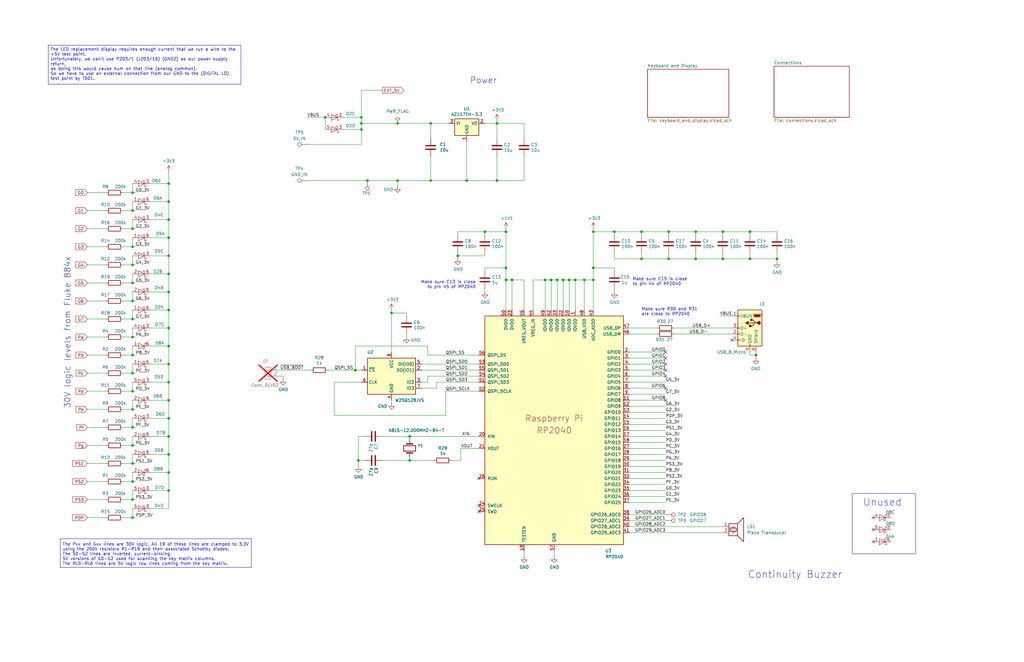
<source format=kicad_sch>
(kicad_sch (version 20231120) (generator "eeschema") (generator_version "8.0")
  (paper "USLedger")
  (title_block (title "Fluke 884x Display/Keypad/Continuity Buzzer") (date "2024-09-27") (rev "1") (company "Ned Konz"))
  (junction (at 71.12 207.01))
  (junction (at 304.8 97.79))
  (junction (at 71.12 199.39))
  (junction (at 193.04 107.95))
  (junction (at 232.41 118.11))
  (junction (at 316.23 109.22))
  (junction (at 71.12 77.47))
  (junction (at 293.37 97.79))
  (junction (at 71.12 92.71))
  (junction (at 209.55 52.07))
  (junction (at 71.12 168.91))
  (junction (at 71.12 153.67))
  (junction (at 55.88 210.82))
  (junction (at 281.94 109.22))
  (junction (at 318.77 149.86))
  (junction (at 55.88 134.62))
  (junction (at 213.36 118.11))
  (junction (at 55.88 88.9))
  (junction (at 55.88 157.48))
  (junction (at 165.1 132.08))
  (junction (at 237.49 118.11))
  (junction (at 229.87 118.11))
  (junction (at 55.88 111.76))
  (junction (at 152.4 54.61))
  (junction (at 71.12 130.81))
  (junction (at 71.12 115.57))
  (junction (at 215.9 118.11))
  (junction (at 240.03 118.11))
  (junction (at 71.12 138.43))
  (junction (at 137.16 49.53))
  (junction (at 55.88 119.38))
  (junction (at 234.95 118.11))
  (junction (at 55.88 104.14))
  (junction (at 71.12 146.05))
  (junction (at 172.72 194.31))
  (junction (at 55.88 127))
  (junction (at 55.88 96.52))
  (junction (at 270.51 109.22))
  (junction (at 213.36 113.03))
  (junction (at 71.12 176.53))
  (junction (at 55.88 218.44))
  (junction (at 55.88 180.34))
  (junction (at 196.85 76.2))
  (junction (at 204.47 97.79))
  (junction (at 172.72 184.15))
  (junction (at 242.57 118.11))
  (junction (at 327.66 109.22))
  (junction (at 259.08 97.79))
  (junction (at 167.64 76.2))
  (junction (at 55.88 172.72))
  (junction (at 71.12 107.95))
  (junction (at 71.12 100.33))
  (junction (at 250.19 97.79))
  (junction (at 154.94 76.2))
  (junction (at 181.61 52.07))
  (junction (at 316.23 97.79))
  (junction (at 55.88 149.86))
  (junction (at 55.88 195.58))
  (junction (at 149.86 156.21))
  (junction (at 71.12 123.19))
  (junction (at 71.12 184.15))
  (junction (at 152.4 52.07))
  (junction (at 181.61 76.2))
  (junction (at 250.19 118.11))
  (junction (at 246.38 118.11))
  (junction (at 55.88 203.2))
  (junction (at 55.88 187.96))
  (junction (at 304.8 109.22))
  (junction (at 71.12 161.29))
  (junction (at 151.13 194.31))
  (junction (at 167.64 52.07))
  (junction (at 152.4 49.53))
  (junction (at 71.12 85.09))
  (junction (at 55.88 81.28))
  (junction (at 55.88 142.24))
  (junction (at 213.36 97.79))
  (junction (at 293.37 109.22))
  (junction (at 71.12 191.77))
  (junction (at 55.88 165.1))
  (junction (at 209.55 76.2))
  (junction (at 270.51 97.79))
  (junction (at 281.94 97.79))
  (junction (at 250.19 113.03))
  (no_connect (at 280.67 163.83))
  (no_connect (at 280.67 168.91))
  (no_connect (at 280.67 158.75))
  (no_connect (at 280.67 153.67))
  (no_connect (at 201.93 213.36))
  (no_connect (at 308.61 143.51))
  (no_connect (at 280.67 148.59))
  (no_connect (at 280.67 151.13))
  (no_connect (at 368.3 223.52))
  (no_connect (at 368.3 228.6))
  (no_connect (at 280.67 156.21))
  (no_connect (at 201.93 201.93))
  (no_connect (at 201.93 215.9))
  (no_connect (at 368.3 218.44))
  (wire (pts (xy 149.86 156.21) (xy 152.4 156.21)))
  (wire (pts (xy 55.88 172.72) (xy 57.15 172.72)))
  (wire (pts (xy 129.54 76.2) (xy 154.94 76.2)))
  (wire (pts (xy 204.47 114.3) (xy 204.47 113.03)))
  (wire (pts (xy 270.51 99.06) (xy 270.51 97.79)))
  (wire (pts (xy 36.83 81.28) (xy 44.45 81.28)))
  (wire (pts (xy 71.12 191.77) (xy 71.12 199.39)))
  (wire (pts (xy 270.51 106.68) (xy 270.51 109.22)))
  (wire (pts (xy 153.67 194.31) (xy 151.13 194.31)))
  (wire (pts (xy 140.97 161.29) (xy 140.97 175.26)))
  (wire (pts (xy 180.34 149.86) (xy 180.34 146.05)))
  (wire (pts (xy 232.41 118.11) (xy 234.95 118.11)))
  (wire (pts (xy 196.85 59.69) (xy 196.85 76.2)))
  (wire (pts (xy 250.19 113.03) (xy 259.08 113.03)))
  (wire (pts (xy 224.79 118.11) (xy 229.87 118.11)))
  (wire (pts (xy 71.12 168.91) (xy 63.5 168.91)))
  (wire (pts (xy 165.1 168.91) (xy 165.1 170.18)))
  (wire (pts (xy 237.49 118.11) (xy 240.03 118.11)))
  (wire (pts (xy 57.15 81.28) (xy 55.88 81.28)))
  (wire (pts (xy 265.43 173.99) (xy 280.67 173.99)))
  (wire (pts (xy 281.94 106.68) (xy 281.94 109.22)))
  (wire (pts (xy 209.55 52.07) (xy 204.47 52.07)))
  (wire (pts (xy 71.12 191.77) (xy 71.12 184.15)))
  (wire (pts (xy 71.12 214.63) (xy 63.5 214.63)))
  (wire (pts (xy 250.19 97.79) (xy 259.08 97.79)))
  (wire (pts (xy 161.29 184.15) (xy 172.72 184.15)))
  (wire (pts (xy 71.12 161.29) (xy 71.12 153.67)))
  (wire (pts (xy 172.72 193.04) (xy 172.72 194.31)))
  (wire (pts (xy 233.68 232.41) (xy 233.68 234.95)))
  (wire (pts (xy 281.94 97.79) (xy 293.37 97.79)))
  (wire (pts (xy 71.12 146.05) (xy 71.12 153.67)))
  (wire (pts (xy 55.88 161.29) (xy 55.88 165.1)))
  (wire (pts (xy 52.07 165.1) (xy 55.88 165.1)))
  (wire (pts (xy 52.07 203.2) (xy 55.88 203.2)))
  (wire (pts (xy 71.12 92.71) (xy 71.12 85.09)))
  (wire (pts (xy 118.11 158.75) (xy 119.38 158.75)))
  (wire (pts (xy 265.43 222.25) (xy 304.8 222.25)))
  (wire (pts (xy 265.43 199.39) (xy 280.67 199.39)))
  (wire (pts (xy 190.5 194.31) (xy 194.31 194.31)))
  (wire (pts (xy 172.72 194.31) (xy 182.88 194.31)))
  (wire (pts (xy 265.43 161.29) (xy 280.67 161.29)))
  (wire (pts (xy 196.85 76.2) (xy 209.55 76.2)))
  (wire (pts (xy 36.83 187.96) (xy 44.45 187.96)))
  (wire (pts (xy 220.98 66.04) (xy 220.98 76.2)))
  (wire (pts (xy 193.04 106.68) (xy 193.04 107.95)))
  (wire (pts (xy 193.04 97.79) (xy 204.47 97.79)))
  (wire (pts (xy 36.83 96.52) (xy 44.45 96.52)))
  (wire (pts (xy 250.19 113.03) (xy 250.19 118.11)))
  (wire (pts (xy 36.83 88.9) (xy 44.45 88.9)))
  (wire (pts (xy 36.83 149.86) (xy 44.45 149.86)))
  (wire (pts (xy 281.94 99.06) (xy 281.94 97.79)))
  (wire (pts (xy 52.07 142.24) (xy 55.88 142.24)))
  (wire (pts (xy 165.1 130.81) (xy 165.1 132.08)))
  (wire (pts (xy 55.88 119.38) (xy 57.15 119.38)))
  (wire (pts (xy 265.43 176.53) (xy 280.67 176.53)))
  (wire (pts (xy 293.37 99.06) (xy 293.37 97.79)))
  (wire (pts (xy 71.12 123.19) (xy 63.5 123.19)))
  (wire (pts (xy 259.08 97.79) (xy 270.51 97.79)))
  (wire (pts (xy 44.45 165.1) (xy 36.83 165.1)))
  (wire (pts (xy 71.12 100.33) (xy 71.12 107.95)))
  (wire (pts (xy 213.36 96.52) (xy 213.36 97.79)))
  (wire (pts (xy 316.23 99.06) (xy 316.23 97.79)))
  (wire (pts (xy 71.12 77.47) (xy 71.12 85.09)))
  (wire (pts (xy 55.88 96.52) (xy 57.15 96.52)))
  (wire (pts (xy 316.23 97.79) (xy 327.66 97.79)))
  (wire (pts (xy 177.8 153.67) (xy 201.93 153.67)))
  (wire (pts (xy 184.15 161.29) (xy 184.15 163.83)))
  (wire (pts (xy 284.48 138.43) (xy 308.61 138.43)))
  (wire (pts (xy 304.8 99.06) (xy 304.8 97.79)))
  (wire (pts (xy 265.43 138.43) (xy 276.86 138.43)))
  (wire (pts (xy 229.87 118.11) (xy 232.41 118.11)))
  (wire (pts (xy 55.88 104.14) (xy 57.15 104.14)))
  (wire (pts (xy 304.8 97.79) (xy 316.23 97.79)))
  (wire (pts (xy 259.08 99.06) (xy 259.08 97.79)))
  (wire (pts (xy 270.51 109.22) (xy 259.08 109.22)))
  (wire (pts (xy 316.23 148.59) (xy 316.23 149.86)))
  (wire (pts (xy 265.43 181.61) (xy 280.67 181.61)))
  (wire (pts (xy 237.49 130.81) (xy 237.49 118.11)))
  (wire (pts (xy 215.9 118.11) (xy 213.36 118.11)))
  (wire (pts (xy 265.43 224.79) (xy 304.8 224.79)))
  (wire (pts (xy 209.55 76.2) (xy 220.98 76.2)))
  (wire (pts (xy 36.83 119.38) (xy 44.45 119.38)))
  (wire (pts (xy 246.38 130.81) (xy 246.38 118.11)))
  (wire (pts (xy 213.36 118.11) (xy 213.36 130.81)))
  (wire (pts (xy 303.53 133.35) (xy 308.61 133.35)))
  (wire (pts (xy 316.23 109.22) (xy 304.8 109.22)))
  (wire (pts (xy 55.88 138.43) (xy 55.88 142.24)))
  (wire (pts (xy 71.12 161.29) (xy 71.12 168.91)))
  (wire (pts (xy 152.4 52.07) (xy 152.4 54.61)))
  (wire (pts (xy 165.1 132.08) (xy 165.1 148.59)))
  (wire (pts (xy 55.88 191.77) (xy 55.88 195.58)))
  (wire (pts (xy 63.5 100.33) (xy 71.12 100.33)))
  (wire (pts (xy 265.43 204.47) (xy 280.67 204.47)))
  (wire (pts (xy 240.03 118.11) (xy 242.57 118.11)))
  (wire (pts (xy 55.88 115.57) (xy 55.88 119.38)))
  (wire (pts (xy 265.43 194.31) (xy 280.67 194.31)))
  (wire (pts (xy 63.5 161.29) (xy 71.12 161.29)))
  (wire (pts (xy 204.47 113.03) (xy 213.36 113.03)))
  (wire (pts (xy 161.29 194.31) (xy 172.72 194.31)))
  (wire (pts (xy 52.07 195.58) (xy 55.88 195.58)))
  (wire (pts (xy 152.4 49.53) (xy 152.4 52.07)))
  (wire (pts (xy 177.8 156.21) (xy 201.93 156.21)))
  (wire (pts (xy 220.98 130.81) (xy 220.98 118.11)))
  (wire (pts (xy 194.31 194.31) (xy 194.31 189.23)))
  (wire (pts (xy 327.66 106.68) (xy 327.66 109.22)))
  (wire (pts (xy 181.61 76.2) (xy 196.85 76.2)))
  (wire (pts (xy 44.45 180.34) (xy 36.83 180.34)))
  (wire (pts (xy 152.4 54.61) (xy 144.78 54.61)))
  (wire (pts (xy 318.77 148.59) (xy 318.77 149.86)))
  (wire (pts (xy 71.12 115.57) (xy 71.12 123.19)))
  (wire (pts (xy 152.4 38.1) (xy 152.4 49.53)))
  (wire (pts (xy 55.88 168.91) (xy 55.88 172.72)))
  (wire (pts (xy 36.83 127) (xy 44.45 127)))
  (wire (pts (xy 52.07 104.14) (xy 55.88 104.14)))
  (wire (pts (xy 213.36 97.79) (xy 213.36 113.03)))
  (wire (pts (xy 193.04 99.06) (xy 193.04 97.79)))
  (wire (pts (xy 55.88 100.33) (xy 55.88 104.14)))
  (wire (pts (xy 151.13 184.15) (xy 151.13 194.31)))
  (wire (pts (xy 152.4 54.61) (xy 152.4 60.96)))
  (wire (pts (xy 63.5 77.47) (xy 71.12 77.47)))
  (wire (pts (xy 71.12 153.67) (xy 63.5 153.67)))
  (wire (pts (xy 149.86 146.05) (xy 149.86 156.21)))
  (wire (pts (xy 63.5 191.77) (xy 71.12 191.77)))
  (wire (pts (xy 265.43 207.01) (xy 280.67 207.01)))
  (wire (pts (xy 193.04 107.95) (xy 193.04 109.22)))
  (wire (pts (xy 55.88 92.71) (xy 55.88 96.52)))
  (wire (pts (xy 265.43 163.83) (xy 280.67 163.83)))
  (wire (pts (xy 250.19 118.11) (xy 250.19 130.81)))
  (wire (pts (xy 55.88 85.09) (xy 55.88 88.9)))
  (wire (pts (xy 265.43 140.97) (xy 276.86 140.97)))
  (wire (pts (xy 55.88 195.58) (xy 57.15 195.58)))
  (wire (pts (xy 220.98 118.11) (xy 215.9 118.11)))
  (wire (pts (xy 316.23 149.86) (xy 318.77 149.86)))
  (wire (pts (xy 55.88 88.9) (xy 52.07 88.9)))
  (wire (pts (xy 265.43 191.77) (xy 280.67 191.77)))
  (wire (pts (xy 152.4 52.07) (xy 167.64 52.07)))
  (wire (pts (xy 52.07 149.86) (xy 55.88 149.86)))
  (wire (pts (xy 129.54 60.96) (xy 152.4 60.96)))
  (wire (pts (xy 293.37 97.79) (xy 304.8 97.79)))
  (wire (pts (xy 52.07 187.96) (xy 55.88 187.96)))
  (wire (pts (xy 36.83 210.82) (xy 44.45 210.82)))
  (wire (pts (xy 234.95 118.11) (xy 237.49 118.11)))
  (wire (pts (xy 71.12 207.01) (xy 71.12 199.39)))
  (wire (pts (xy 140.97 175.26) (xy 187.96 175.26)))
  (wire (pts (xy 71.12 100.33) (xy 71.12 92.71)))
  (wire (pts (xy 55.88 149.86) (xy 57.15 149.86)))
  (wire (pts (xy 52.07 134.62) (xy 55.88 134.62)))
  (wire (pts (xy 181.61 66.04) (xy 181.61 76.2)))
  (wire (pts (xy 242.57 118.11) (xy 242.57 130.81)))
  (wire (pts (xy 259.08 106.68) (xy 259.08 109.22)))
  (wire (pts (xy 71.12 146.05) (xy 71.12 138.43)))
  (wire (pts (xy 229.87 130.81) (xy 229.87 118.11)))
  (wire (pts (xy 213.36 113.03) (xy 213.36 118.11)))
  (wire (pts (xy 63.5 146.05) (xy 71.12 146.05)))
  (wire (pts (xy 138.43 156.21) (xy 149.86 156.21)))
  (wire (pts (xy 71.12 138.43) (xy 63.5 138.43)))
  (wire (pts (xy 177.8 163.83) (xy 184.15 163.83)))
  (wire (pts (xy 71.12 130.81) (xy 71.12 123.19)))
  (wire (pts (xy 55.88 218.44) (xy 52.07 218.44)))
  (wire (pts (xy 265.43 189.23) (xy 280.67 189.23)))
  (wire (pts (xy 281.94 109.22) (xy 270.51 109.22)))
  (wire (pts (xy 151.13 194.31) (xy 151.13 196.85)))
  (wire (pts (xy 55.88 123.19) (xy 55.88 127)))
  (wire (pts (xy 171.45 133.35) (xy 171.45 132.08)))
  (wire (pts (xy 36.83 104.14) (xy 44.45 104.14)))
  (wire (pts (xy 55.88 187.96) (xy 57.15 187.96)))
  (wire (pts (xy 55.88 81.28) (xy 52.07 81.28)))
  (wire (pts (xy 250.19 96.52) (xy 250.19 97.79)))
  (wire (pts (xy 63.5 176.53) (xy 71.12 176.53)))
  (wire (pts (xy 52.07 111.76) (xy 55.88 111.76)))
  (wire (pts (xy 137.16 49.53) (xy 137.16 54.61)))
  (wire (pts (xy 250.19 97.79) (xy 250.19 113.03)))
  (wire (pts (xy 265.43 148.59) (xy 280.67 148.59)))
  (wire (pts (xy 55.88 210.82) (xy 57.15 210.82)))
  (wire (pts (xy 71.12 207.01) (xy 71.12 214.63)))
  (wire (pts (xy 52.07 96.52) (xy 55.88 96.52)))
  (wire (pts (xy 71.12 115.57) (xy 71.12 107.95)))
  (wire (pts (xy 189.23 52.07) (xy 181.61 52.07)))
  (wire (pts (xy 204.47 99.06) (xy 204.47 97.79)))
  (wire (pts (xy 265.43 179.07) (xy 280.67 179.07)))
  (wire (pts (xy 55.88 107.95) (xy 55.88 111.76)))
  (wire (pts (xy 36.83 142.24) (xy 44.45 142.24)))
  (wire (pts (xy 293.37 106.68) (xy 293.37 109.22)))
  (wire (pts (xy 220.98 232.41) (xy 220.98 234.95)))
  (wire (pts (xy 180.34 146.05) (xy 149.86 146.05)))
  (wire (pts (xy 144.78 49.53) (xy 152.4 49.53)))
  (wire (pts (xy 327.66 99.06) (xy 327.66 97.79)))
  (wire (pts (xy 55.88 207.01) (xy 55.88 210.82)))
  (wire (pts (xy 57.15 218.44) (xy 55.88 218.44)))
  (wire (pts (xy 71.12 176.53) (xy 71.12 168.91)))
  (wire (pts (xy 265.43 166.37) (xy 280.67 166.37)))
  (wire (pts (xy 52.07 210.82) (xy 55.88 210.82)))
  (wire (pts (xy 63.5 207.01) (xy 71.12 207.01)))
  (wire (pts (xy 52.07 172.72) (xy 55.88 172.72)))
  (wire (pts (xy 153.67 184.15) (xy 151.13 184.15)))
  (wire (pts (xy 265.43 201.93) (xy 280.67 201.93)))
  (wire (pts (xy 55.88 180.34) (xy 57.15 180.34)))
  (wire (pts (xy 167.64 76.2) (xy 181.61 76.2)))
  (wire (pts (xy 71.12 107.95) (xy 63.5 107.95)))
  (wire (pts (xy 224.79 130.81) (xy 224.79 118.11)))
  (wire (pts (xy 242.57 118.11) (xy 246.38 118.11)))
  (wire (pts (xy 265.43 153.67) (xy 280.67 153.67)))
  (wire (pts (xy 55.88 127) (xy 57.15 127)))
  (wire (pts (xy 55.88 130.81) (xy 55.88 134.62)))
  (wire (pts (xy 130.81 156.21) (xy 118.11 156.21)))
  (wire (pts (xy 265.43 219.71) (xy 280.67 219.71)))
  (wire (pts (xy 55.88 142.24) (xy 57.15 142.24)))
  (wire (pts (xy 265.43 151.13) (xy 280.67 151.13)))
  (wire (pts (xy 55.88 203.2) (xy 57.15 203.2)))
  (wire (pts (xy 204.47 121.92) (xy 204.47 123.19)))
  (wire (pts (xy 55.88 184.15) (xy 55.88 187.96)))
  (wire (pts (xy 171.45 140.97) (xy 171.45 142.24)))
  (wire (pts (xy 304.8 106.68) (xy 304.8 109.22)))
  (wire (pts (xy 172.72 184.15) (xy 201.93 184.15)))
  (wire (pts (xy 180.34 149.86) (xy 201.93 149.86)))
  (wire (pts (xy 316.23 106.68) (xy 316.23 109.22)))
  (wire (pts (xy 240.03 130.81) (xy 240.03 118.11)))
  (wire (pts (xy 154.94 76.2) (xy 167.64 76.2)))
  (wire (pts (xy 259.08 114.3) (xy 259.08 113.03)))
  (wire (pts (xy 246.38 118.11) (xy 250.19 118.11)))
  (wire (pts (xy 265.43 217.17) (xy 280.67 217.17)))
  (wire (pts (xy 215.9 130.81) (xy 215.9 118.11)))
  (wire (pts (xy 52.07 127) (xy 55.88 127)))
  (wire (pts (xy 204.47 107.95) (xy 204.47 106.68)))
  (wire (pts (xy 55.88 165.1) (xy 57.15 165.1)))
  (wire (pts (xy 71.12 184.15) (xy 63.5 184.15)))
  (wire (pts (xy 181.61 58.42) (xy 181.61 52.07)))
  (wire (pts (xy 36.83 203.2) (xy 44.45 203.2)))
  (wire (pts (xy 55.88 111.76) (xy 57.15 111.76)))
  (wire (pts (xy 209.55 58.42) (xy 209.55 52.07)))
  (wire (pts (xy 167.64 52.07) (xy 181.61 52.07)))
  (wire (pts (xy 184.15 161.29) (xy 201.93 161.29)))
  (wire (pts (xy 165.1 132.08) (xy 171.45 132.08)))
  (wire (pts (xy 57.15 88.9) (xy 55.88 88.9)))
  (wire (pts (xy 36.83 111.76) (xy 44.45 111.76)))
  (wire (pts (xy 304.8 109.22) (xy 293.37 109.22)))
  (wire (pts (xy 71.12 199.39) (xy 63.5 199.39)))
  (wire (pts (xy 265.43 171.45) (xy 280.67 171.45)))
  (wire (pts (xy 44.45 157.48) (xy 36.83 157.48)))
  (wire (pts (xy 152.4 38.1) (xy 161.29 38.1)))
  (wire (pts (xy 204.47 97.79) (xy 213.36 97.79)))
  (wire (pts (xy 55.88 77.47) (xy 55.88 81.28)))
  (wire (pts (xy 44.45 218.44) (xy 36.83 218.44)))
  (wire (pts (xy 172.72 185.42) (xy 172.72 184.15)))
  (wire (pts (xy 55.88 157.48) (xy 57.15 157.48)))
  (wire (pts (xy 36.83 134.62) (xy 44.45 134.62)))
  (wire (pts (xy 259.08 121.92) (xy 259.08 123.19)))
  (wire (pts (xy 220.98 52.07) (xy 220.98 58.42)))
  (wire (pts (xy 201.93 189.23) (xy 194.31 189.23)))
  (wire (pts (xy 234.95 130.81) (xy 234.95 118.11)))
  (wire (pts (xy 63.5 115.57) (xy 71.12 115.57)))
  (wire (pts (xy 265.43 209.55) (xy 280.67 209.55)))
  (wire (pts (xy 293.37 109.22) (xy 281.94 109.22)))
  (wire (pts (xy 209.55 52.07) (xy 209.55 50.8)))
  (wire (pts (xy 265.43 196.85) (xy 280.67 196.85)))
  (wire (pts (xy 36.83 172.72) (xy 44.45 172.72)))
  (wire (pts (xy 119.38 158.75) (xy 119.38 160.02)))
  (wire (pts (xy 209.55 52.07) (xy 220.98 52.07)))
  (wire (pts (xy 177.8 161.29) (xy 180.34 161.29)))
  (wire (pts (xy 265.43 158.75) (xy 280.67 158.75)))
  (wire (pts (xy 52.07 180.34) (xy 55.88 180.34)))
  (wire (pts (xy 327.66 109.22) (xy 327.66 110.49)))
  (wire (pts (xy 55.88 176.53) (xy 55.88 180.34)))
  (wire (pts (xy 270.51 97.79) (xy 281.94 97.79)))
  (wire (pts (xy 55.88 214.63) (xy 55.88 218.44)))
  (wire (pts (xy 63.5 92.71) (xy 71.12 92.71)))
  (wire (pts (xy 232.41 130.81) (xy 232.41 118.11)))
  (wire (pts (xy 265.43 186.69) (xy 280.67 186.69)))
  (wire (pts (xy 318.77 151.13) (xy 318.77 149.86)))
  (wire (pts (xy 52.07 157.48) (xy 55.88 157.48)))
  (wire (pts (xy 55.88 153.67) (xy 55.88 157.48)))
  (wire (pts (xy 71.12 72.39) (xy 71.12 77.47)))
  (wire (pts (xy 140.97 161.29) (xy 152.4 161.29)))
  (wire (pts (xy 180.34 158.75) (xy 201.93 158.75)))
  (wire (pts (xy 265.43 156.21) (xy 280.67 156.21)))
  (wire (pts (xy 55.88 199.39) (xy 55.88 203.2)))
  (wire (pts (xy 284.48 140.97) (xy 308.61 140.97)))
  (wire (pts (xy 129.54 49.53) (xy 137.16 49.53)))
  (wire (pts (xy 71.12 85.09) (xy 63.5 85.09)))
  (wire (pts (xy 201.93 165.1) (xy 187.96 165.1)))
  (wire (pts (xy 71.12 130.81) (xy 71.12 138.43)))
  (wire (pts (xy 265.43 184.15) (xy 280.67 184.15)))
  (wire (pts (xy 193.04 107.95) (xy 204.47 107.95)))
  (wire (pts (xy 63.5 130.81) (xy 71.12 130.81)))
  (wire (pts (xy 71.12 176.53) (xy 71.12 184.15)))
  (wire (pts (xy 187.96 175.26) (xy 187.96 165.1)))
  (wire (pts (xy 36.83 195.58) (xy 44.45 195.58)))
  (wire (pts (xy 180.34 158.75) (xy 180.34 161.29)))
  (wire (pts (xy 167.64 76.2) (xy 167.64 78.74)))
  (wire (pts (xy 209.55 66.04) (xy 209.55 76.2)))
  (wire (pts (xy 55.88 134.62) (xy 57.15 134.62)))
  (wire (pts (xy 265.43 212.09) (xy 280.67 212.09)))
  (wire (pts (xy 265.43 168.91) (xy 280.67 168.91)))
  (wire (pts (xy 55.88 146.05) (xy 55.88 149.86)))
  (wire (pts (xy 316.23 109.22) (xy 327.66 109.22)))
  (wire (pts (xy 52.07 119.38) (xy 55.88 119.38)))
  (rectangle (start 359.41 208.28) (end 386.08 233.68))
  (text_box "The LED replacement display requires enough current that we run a wire to the +5V test point.\nUnfortunately, we can't use P203/1 (J203/16) (GND2) as our power supply return,\nas doing this would cause hum on that line (analog common).\nSo we have to use an external connection from our GND to the (DIGITAL LO) test point by T601." (exclude_from_sim yes) (at 20.32 19.05 0) (size 81.28 16.51) (effects (font (size 1.27 1.27)) (justify left top)))
  (text_box "The Pxx and Gxx lines are 30V logic. All 19 of these lines are clamped to 3.3V\nusing the 200k resistors R1-R19 and their associated Schottky diodes.\nThe S0-S2 lines are inverted, current-sinking,\n5V versions of G0-G2 used for scanning the key matrix columns.\nThe RL0-RL6 lines are 5V logic row lines coming from the key matrix." (at 25.4 227.33 0) (size 80.6117 12.1268) (effects (font (size 1.27 1.27)) (justify left bottom)))
  (text "Unused" (at 372.11 212.09 0) (effects (font (size 3 3))))
  (text "Power" (at 198.12 35.56 0) (effects (font (size 2.54 2.54)) (justify left bottom)))
  (text "30V logic levels from Fluke 884x" (at 28.448 140.462 90) (effects (font (size 2.5 2.5))))
  (text "Make sure C15 is close\nto pin 44 of RP2040" (at 266.7 120.65 0) (effects (font (size 1.27 1.27)) (justify left bottom)))
  (text "Make sure R30 and R31\nare close to RP2040" (at 270.51 133.35 0) (effects (font (size 1.27 1.27)) (justify left bottom)))
  (text "Make sure C13 is close\nto pin 45 of RP2040" (at 200.66 121.92 0) (effects (font (size 1.27 1.27)) (justify right bottom)))
  (text "Continuity Buzzer" (at 335.28 242.57 0) (effects (font (size 3 3))))
  (label "XIN" (at 198.12 184.15 180))
  (label "G3_3V" (at 280.67 179.07 0))
  (label "G5_3V" (at 280.67 161.29 0))
  (label "QSPI_SCLK" (at 187.96 165.1 0))
  (label "G4_3V" (at 280.67 184.15 0))
  (label "PG_3V" (at 280.67 191.77 0))
  (label "GPIO4" (at 280.67 158.75 180))
  (label "QSPI_SD0" (at 187.96 153.67 0))
  (label "PS3_3V" (at 280.67 196.85 0))
  (label "PS2_3V" (at 57.15 203.2 0))
  (label "G1_3V" (at 57.15 88.9 0))
  (label "G2_3V" (at 280.67 173.99 0))
  (label "PE_3V" (at 280.67 212.09 0))
  (label "QSPI_SS" (at 187.96 149.86 0))
  (label "PB_3V" (at 280.67 199.39 0))
  (label "PS1_3V" (at 57.15 195.58 0))
  (label "QSPI_SD2" (at 187.96 158.75 0))
  (label "GPIO27_ADC1" (at 280.67 219.71 180))
  (label "QSPI_SS" (at 140.97 156.21 0))
  (label "PF_3V" (at 280.67 204.47 0))
  (label "G7_3V" (at 280.67 166.37 0))
  (label "VBUS" (at 129.54 49.53 0))
  (label "PC_3V" (at 57.15 157.48 0))
  (label "G2_3V" (at 57.15 96.52 0))
  (label "QSPI_SD3" (at 187.96 161.29 0))
  (label "GPIO2" (at 280.67 153.67 180))
  (label "PC_3V" (at 280.67 189.23 0))
  (label "PD_3V" (at 280.67 186.69 0))
  (label "PS1_3V" (at 280.67 181.61 0))
  (label "USB_D-" (at 298.45 140.97 180))
  (label "GPIO1" (at 280.67 151.13 180))
  (label "G6_3V" (at 57.15 127 0))
  (label "GPIO6" (at 280.67 163.83 180))
  (label "PS2_3V" (at 280.67 201.93 0))
  (label "PDP_3V" (at 280.67 176.53 0))
  (label "GPIO26_ADC0" (at 280.67 217.17 180))
  (label "G5_3V" (at 57.15 119.38 0))
  (label "XOUT" (at 194.31 189.23 0))
  (label "~{USB_BOOT}" (at 118.11 156.21 0))
  (label "GPIO3" (at 280.67 156.21 180))
  (label "GPIO28_ADC2" (at 280.67 222.25 180))
  (label "PA_3V" (at 280.67 194.31 0))
  (label "VBUS" (at 303.53 133.35 0))
  (label "PE_3V" (at 57.15 172.72 0))
  (label "GPIO8" (at 280.67 168.91 180))
  (label "PB_3V" (at 57.15 149.86 0))
  (label "G7_3V" (at 57.15 134.62 0))
  (label "G0_3V" (at 57.15 81.28 0))
  (label "USB_D+" (at 299.72 138.43 180))
  (label "PDP_3V" (at 57.15 218.44 0))
  (label "PD_3V" (at 57.15 165.1 0))
  (label "PS3_3V" (at 57.15 210.82 0))
  (label "G0_3V" (at 280.67 207.01 0))
  (label "G4_3V" (at 57.15 111.76 0))
  (label "PG_3V" (at 57.15 187.96 0))
  (label "G1_3V" (at 280.67 209.55 0))
  (label "QSPI_SD1" (at 187.96 156.21 0))
  (label "PF_3V" (at 57.15 180.34 0))
  (label "PA_3V" (at 57.15 142.24 0))
  (label "G6_3V" (at 280.67 171.45 0))
  (label "G3_3V" (at 57.15 104.14 0))
  (label "GPIO29_ADC3" (at 280.67 224.79 180))
  (label "GPIO0" (at 280.67 148.59 180))
  (global_label "G2" (shape input) (at 36.83 96.52 180) (property "Intersheetrefs" "${INTERSHEET_REFS}" (effects (hide yes))))
  (global_label "G7" (shape input) (at 36.83 134.62 180) (property "Intersheetrefs" "${INTERSHEET_REFS}" (effects (hide yes))))
  (global_label "PS1" (shape input) (at 36.83 195.58 180) (property "Intersheetrefs" "${INTERSHEET_REFS}" (effects (hide yes))))
  (global_label "Pa" (shape input) (at 36.83 142.24 180) (property "Intersheetrefs" "${INTERSHEET_REFS}" (effects (hide yes))))
  (global_label "Pc" (shape input) (at 36.83 157.48 180) (property "Intersheetrefs" "${INTERSHEET_REFS}" (effects (hide yes))))
  (global_label "PS3" (shape input) (at 36.83 210.82 180) (property "Intersheetrefs" "${INTERSHEET_REFS}" (effects (hide yes))))
  (global_label "EXT_5V" (shape output) (at 161.29 38.1 0) (property "Intersheetrefs" "${INTERSHEET_REFS}" (effects (hide yes))))
  (global_label "G0" (shape input) (at 36.83 81.28 180) (property "Intersheetrefs" "${INTERSHEET_REFS}" (effects (hide yes))))
  (global_label "Pf" (shape input) (at 36.83 180.34 180) (property "Intersheetrefs" "${INTERSHEET_REFS}" (effects (hide yes))))
  (global_label "G3" (shape input) (at 36.83 104.14 180) (property "Intersheetrefs" "${INTERSHEET_REFS}" (effects (hide yes))))
  (global_label "Pg" (shape input) (at 36.83 187.96 180) (property "Intersheetrefs" "${INTERSHEET_REFS}" (effects (hide yes))))
  (global_label "G1" (shape input) (at 36.83 88.9 180) (property "Intersheetrefs" "${INTERSHEET_REFS}" (effects (hide yes))))
  (global_label "Pb" (shape input) (at 36.83 149.86 180) (property "Intersheetrefs" "${INTERSHEET_REFS}" (effects (hide yes))))
  (global_label "Pd" (shape input) (at 36.83 165.1 180) (property "Intersheetrefs" "${INTERSHEET_REFS}" (effects (hide yes))))
  (global_label "G4" (shape input) (at 36.83 111.76 180) (property "Intersheetrefs" "${INTERSHEET_REFS}" (effects (hide yes))))
  (global_label "G6" (shape input) (at 36.83 127 180) (property "Intersheetrefs" "${INTERSHEET_REFS}" (effects (hide yes))))
  (global_label "Pe" (shape input) (at 36.83 172.72 180) (property "Intersheetrefs" "${INTERSHEET_REFS}" (effects (hide yes))))
  (global_label "PS2" (shape input) (at 36.83 203.2 180) (property "Intersheetrefs" "${INTERSHEET_REFS}" (effects (hide yes))))
  (global_label "PDP" (shape input) (at 36.83 218.44 180) (property "Intersheetrefs" "${INTERSHEET_REFS}" (effects (hide yes))))
  (global_label "G5" (shape input) (at 36.83 119.38 180) (property "Intersheetrefs" "${INTERSHEET_REFS}" (effects (hide yes))))
  (symbol (lib_id "Device:R") (at 134.62 156.21 270) (unit 1)
    (property "Reference" "R28" (at 134.62 150.9522 90))
    (property "Value" "1k" (at 134.62 153.2636 90))
    (property "Footprint" "Resistor_SMD:R_0402_1005Metric" (effects (hide yes)))
    (property "LCSC" "C11702" (effects (hide yes)))
  )
  (symbol (lib_id "Device:R") (at 48.26 88.9 90) (unit 1)
    (property "Reference" "R10" (at 44.45 86.36 90))
    (property "Value" "200k" (at 50.8 86.36 90))
    (property "Footprint" "Resistor_SMD:R_0402_1005Metric" (effects (hide yes)))
    (property "LCSC" "C25764" (effects (hide yes)))
  )
  (symbol (lib_id "misc:BAT54CDW") (at 59.69 199.39 180) (unit 2)
    (property "Reference" "D8" (at 66.802 197.866 0))
    (property "Value" "BAT54CDW" (effects (hide yes)))
    (property "Footprint" "Package_TO_SOT_SMD:SOT-363_SC-70-6" (effects (hide yes)))
    (property "Datasheet" "https://www.diodes.com/assets/Datasheets/BAT54TW_ADW_CDW_SDW_BRW.pdf" (effects (hide yes)))
    (property "Description" "Schottky diode array 2 pair Com C, SOT-363" (effects (hide yes)))
    (property "LCSC" "C5240639" (effects (hide yes)))
  )
  (symbol (lib_id "misc:BAT54CDW") (at 59.69 115.57 0) (mirror y) (unit 2)
    (property "Reference" "D2" (at 66.548 114.554 0))
    (property "Value" "BAT54CDW" (effects (hide yes)))
    (property "Footprint" "Package_TO_SOT_SMD:SOT-363_SC-70-6" (effects (hide yes)))
    (property "Datasheet" "https://www.diodes.com/assets/Datasheets/BAT54TW_ADW_CDW_SDW_BRW.pdf" (effects (hide yes)))
    (property "Description" "Schottky diode array 2 pair Com C, SOT-363" (effects (hide yes)))
    (property "LCSC" "C5240639" (effects (hide yes)))
  )
  (symbol (lib_id "Connector:TestPoint") (at 129.54 76.2 90) (unit 1) (in_bom no)
    (property "Reference" "TP4" (at 126.238 71.12 90))
    (property "Value" "GND_IN" (at 126.238 73.66 90))
    (property "Footprint" "TestPoint:TestPoint_THTPad_D3.0mm_Drill1.5mm" (effects (hide yes)))
    (property "Description" "test point" (effects (hide yes)))
  )
  (symbol (lib_id "Device:Speaker_Crystal") (at 309.88 222.25 0) (unit 1)
    (property "Reference" "LS1" (at 314.96 222.2499 0) (effects (justify left)))
    (property "Value" "Piezo Transducer" (at 314.96 224.7899 0) (effects (justify left)))
    (property "Footprint" "RP2040_minimal:Buzzer_17x9RM10" (effects (hide yes)))
    (property "LCSC" "C360609" (effects (hide yes)))
  )
  (symbol (lib_id "power:+3V3") (at 165.1 130.81 0) (unit 1)
    (property "Reference" "#PWR019" (effects (hide yes)))
    (property "Value" "+3V3" (at 165.481 126.4158 0))
    (property "Description" "Power symbol creates a global label with name \"+3V3\"" (effects (hide yes)))
  )
  (symbol (lib_id "Device:C") (at 327.66 102.87 0) (unit 1)
    (property "Reference" "C16" (at 330.581 101.7016 0) (effects (justify left)))
    (property "Value" "100n" (at 330.581 104.013 0) (effects (justify left)))
    (property "Footprint" "Capacitor_SMD:C_0402_1005Metric" (effects (hide yes)))
    (property "LCSC" "C1525" (effects (hide yes)))
  )
  (symbol (lib_id "Device:C") (at 293.37 102.87 0) (unit 1)
    (property "Reference" "C4" (at 296.291 101.7016 0) (effects (justify left)))
    (property "Value" "100n" (at 296.291 104.013 0) (effects (justify left)))
    (property "Footprint" "Capacitor_SMD:C_0402_1005Metric" (effects (hide yes)))
    (property "LCSC" "C1525" (effects (hide yes)))
  )
  (symbol (lib_id "Device:Crystal") (at 172.72 189.23 270) (unit 1)
    (property "Reference" "Y1" (at 176.0474 188.0616 90) (effects (justify left)))
    (property "Value" "ABLS-12.000MHZ-B4-T" (at 163.83 181.61 90) (effects (justify left)))
    (property "Footprint" "RP2040_minimal:Crystal_SMD_HC49-US" (effects (hide yes)))
    (property "LCSC" "C326543" (effects (hide yes)))
  )
  (symbol (lib_id "Device:R") (at 48.26 218.44 90) (unit 1)
    (property "Reference" "R15" (at 44.45 215.9 90))
    (property "Value" "200k" (at 50.8 215.9 90))
    (property "Footprint" "Resistor_SMD:R_0402_1005Metric" (effects (hide yes)))
    (property "LCSC" "C25764" (effects (hide yes)))
  )
  (symbol (lib_id "RP2040_minimal:W25Q128JVS-Memory_Flash") (at 165.1 158.75 0) (unit 1)
    (property "Reference" "U2" (at 156.21 148.59 0))
    (property "Value" "W25Q128JVS" (at 172.72 168.91 0))
    (property "Footprint" "RP2040_minimal:SOIC-8_5.23x5.23mm_P1.27mm" (effects (hide yes)))
    (property "Datasheet" "http://www.winbond.com/resource-files/w25q128jv_dtr%20revc%2003272018%20plus.pdf" (effects (hide yes)))
    (property "LCSC" "C97521" (effects (hide yes)))
  )
  (symbol (lib_id "Device:C") (at 220.98 62.23 0) (unit 1)
    (property "Reference" "C3" (at 223.901 61.0616 0) (effects (justify left)))
    (property "Value" "10u" (at 223.901 63.373 0) (effects (justify left)))
    (property "Footprint" "Capacitor_SMD:C_0805_2012Metric" (effects (hide yes)))
    (property "LCSC" "C15850" (effects (hide yes)))
  )
  (symbol (lib_id "power:GND") (at 151.13 196.85 0) (unit 1)
    (property "Reference" "#PWR022" (effects (hide yes)))
    (property "Value" "GND" (at 151.257 201.2442 0))
    (property "Description" "Power symbol creates a global label with name \"GND\" , ground" (effects (hide yes)))
  )
  (symbol (lib_id "Device:R") (at 48.26 165.1 90) (unit 1)
    (property "Reference" "R11" (at 44.45 162.56 90))
    (property "Value" "200k" (at 50.8 162.56 90))
    (property "Footprint" "Resistor_SMD:R_0402_1005Metric" (effects (hide yes)))
    (property "LCSC" "C25764" (effects (hide yes)))
  )
  (symbol (lib_id "misc:BAT54CDW") (at 59.69 85.09 0) (mirror y) (unit 1)
    (property "Reference" "D6" (at 66.548 83.566 0))
    (property "Value" "BAT54CDW" (effects (hide yes)))
    (property "Footprint" "Package_TO_SOT_SMD:SOT-363_SC-70-6" (effects (hide yes)))
    (property "Datasheet" "https://www.diodes.com/assets/Datasheets/BAT54TW_ADW_CDW_SDW_BRW.pdf" (effects (hide yes)))
    (property "Description" "Schottky diode array 2 pair Com C, SOT-363" (effects (hide yes)))
    (property "LCSC" "C5240639" (effects (hide yes)))
  )
  (symbol (lib_id "MCU_RaspberryPi_RP2040:RP2040") (at 233.68 181.61 0) (unit 1)
    (property "Reference" "U3" (at 256.54 232.41 0))
    (property "Value" "RP2040" (at 259.08 234.95 0))
    (property "Footprint" "RP2040_minimal:RP2040-QFN-56" (effects (hide yes)))
    (property "LCSC" "C2040" (effects (hide yes)))
  )
  (symbol (lib_id "misc:BAT54CDW") (at 59.69 77.47 0) (mirror y) (unit 3)
    (property "Reference" "D6" (at 66.04 76.2 0))
    (property "Value" "BAT54CDW" (effects (hide yes)))
    (property "Footprint" "Package_TO_SOT_SMD:SOT-363_SC-70-6" (effects (hide yes)))
    (property "Datasheet" "https://www.diodes.com/assets/Datasheets/BAT54TW_ADW_CDW_SDW_BRW.pdf" (effects (hide yes)))
    (property "Description" "Schottky diode array 2 pair Com C, SOT-363" (effects (hide yes)))
    (property "LCSC" "C5240639" (effects (hide yes)))
  )
  (symbol (lib_id "Device:C") (at 259.08 118.11 0) (unit 1)
    (property "Reference" "C15" (at 261.62 116.84 0) (effects (justify left)))
    (property "Value" "1u" (at 262.001 119.253 0) (effects (justify left)))
    (property "Footprint" "Capacitor_SMD:C_0402_1005Metric" (effects (hide yes)))
    (property "LCSC" "C52923" (effects (hide yes)))
  )
  (symbol (lib_id "power:GND") (at 204.47 123.19 0) (unit 1)
    (property "Reference" "#PWR04" (effects (hide yes)))
    (property "Value" "GND" (at 204.597 127.5842 0))
    (property "Description" "Power symbol creates a global label with name \"GND\" , ground" (effects (hide yes)))
  )
  (symbol (lib_id "Device:R") (at 48.26 149.86 90) (unit 1)
    (property "Reference" "R2" (at 44.45 147.32 90))
    (property "Value" "200k" (at 50.8 147.32 90))
    (property "Footprint" "Resistor_SMD:R_0402_1005Metric" (effects (hide yes)))
    (property "LCSC" "C25764" (effects (hide yes)))
  )
  (symbol (lib_id "Connector:TestPoint") (at 280.67 219.71 270) (unit 1)
    (property "Reference" "TP3" (at 285.75 219.71 90) (effects (justify left)))
    (property "Value" "GPIO27" (at 290.83 219.71 90) (effects (justify left)))
    (property "Footprint" "TestPoint:TestPoint_THTPad_1.0x1.0mm_Drill0.5mm" (effects (hide yes)))
    (property "Description" "test point" (effects (hide yes)))
  )
  (symbol (lib_id "power:GND") (at 220.98 234.95 0) (unit 1)
    (property "Reference" "#PWR08" (effects (hide yes)))
    (property "Value" "GND" (at 221.107 239.3442 0))
    (property "Description" "Power symbol creates a global label with name \"GND\" , ground" (effects (hide yes)))
  )
  (symbol (lib_id "Device:R") (at 48.26 172.72 90) (unit 1)
    (property "Reference" "R9" (at 44.45 170.18 90))
    (property "Value" "200k" (at 50.8 170.18 90))
    (property "Footprint" "Resistor_SMD:R_0402_1005Metric" (effects (hide yes)))
    (property "LCSC" "C25764" (effects (hide yes)))
  )
  (symbol (lib_id "power:PWR_FLAG") (at 167.64 52.07 0) (unit 1)
    (property "Reference" "#FLG01" (effects (hide yes)))
    (property "Value" "PWR_FLAG" (at 167.64 46.99 0))
    (property "Description" "Special symbol for telling ERC where power comes from" (effects (hide yes)))
  )
  (symbol (lib_id "Device:C") (at 209.55 62.23 0) (unit 1)
    (property "Reference" "C2" (at 212.471 61.0616 0) (effects (justify left)))
    (property "Value" "10u" (at 212.471 63.373 0) (effects (justify left)))
    (property "Footprint" "Capacitor_SMD:C_0805_2012Metric" (effects (hide yes)))
    (property "LCSC" "C15850" (effects (hide yes)))
  )
  (symbol (lib_id "Device:R") (at 48.26 142.24 90) (unit 1)
    (property "Reference" "R4" (at 44.45 139.7 90))
    (property "Value" "200k" (at 50.8 139.7 90))
    (property "Footprint" "Resistor_SMD:R_0402_1005Metric" (effects (hide yes)))
    (property "LCSC" "C25764" (effects (hide yes)))
  )
  (symbol (lib_id "power:GND") (at 327.66 110.49 0) (unit 1)
    (property "Reference" "#PWR018" (effects (hide yes)))
    (property "Value" "GND" (at 327.787 114.8842 0))
    (property "Description" "Power symbol creates a global label with name \"GND\" , ground" (effects (hide yes)))
  )
  (symbol (lib_id "misc:BAT54CDW") (at 59.69 123.19 0) (mirror y) (unit 2)
    (property "Reference" "D4" (at 67.056 121.412 0))
    (property "Value" "BAT54CDW" (effects (hide yes)))
    (property "Footprint" "Package_TO_SOT_SMD:SOT-363_SC-70-6" (effects (hide yes)))
    (property "Datasheet" "https://www.diodes.com/assets/Datasheets/BAT54TW_ADW_CDW_SDW_BRW.pdf" (effects (hide yes)))
    (property "Description" "Schottky diode array 2 pair Com C, SOT-363" (effects (hide yes)))
    (property "LCSC" "C5240639" (effects (hide yes)))
  )
  (symbol (lib_id "power:+1V1") (at 213.36 96.52 0) (unit 1)
    (property "Reference" "#PWR05" (effects (hide yes)))
    (property "Value" "+1V1" (at 213.741 92.1258 0))
    (property "Description" "Power symbol creates a global label with name \"+1V1\"" (effects (hide yes)))
  )
  (symbol (lib_id "Device:C") (at 204.47 118.11 0) (unit 1)
    (property "Reference" "C13" (at 207.391 116.9416 0) (effects (justify left)))
    (property "Value" "1u" (at 207.391 119.253 0) (effects (justify left)))
    (property "Footprint" "Capacitor_SMD:C_0402_1005Metric" (effects (hide yes)))
    (property "LCSC" "C52923" (effects (hide yes)))
  )
  (symbol (lib_id "Device:R") (at 48.26 195.58 90) (unit 1)
    (property "Reference" "R13" (at 44.45 193.04 90))
    (property "Value" "200k" (at 50.8 193.04 90))
    (property "Footprint" "Resistor_SMD:R_0402_1005Metric" (effects (hide yes)))
    (property "LCSC" "C25764" (effects (hide yes)))
  )
  (symbol (lib_id "Device:R") (at 48.26 111.76 90) (unit 1)
    (property "Reference" "R12" (at 44.45 109.22 90))
    (property "Value" "200k" (at 50.8 109.22 90))
    (property "Footprint" "Resistor_SMD:R_0402_1005Metric" (effects (hide yes)))
    (property "LCSC" "C25764" (effects (hide yes)))
  )
  (symbol (lib_id "misc:BAT54CDW") (at 59.69 168.91 0) (mirror y) (unit 2)
    (property "Reference" "D6" (at 66.548 167.132 0))
    (property "Value" "BAT54CDW" (effects (hide yes)))
    (property "Footprint" "Package_TO_SOT_SMD:SOT-363_SC-70-6" (effects (hide yes)))
    (property "Datasheet" "https://www.diodes.com/assets/Datasheets/BAT54TW_ADW_CDW_SDW_BRW.pdf" (effects (hide yes)))
    (property "Description" "Schottky diode array 2 pair Com C, SOT-363" (effects (hide yes)))
    (property "LCSC" "C5240639" (effects (hide yes)))
  )
  (symbol (lib_id "Device:C") (at 157.48 194.31 270) (unit 1)
    (property "Reference" "C9" (at 158.6484 197.231 0) (effects (justify left)))
    (property "Value" "27p" (at 156.337 197.231 0) (effects (justify left)))
    (property "Footprint" "Capacitor_SMD:C_0402_1005Metric" (effects (hide yes)))
    (property "LCSC" "C1557" (effects (hide yes)))
  )
  (symbol (lib_id "Device:R") (at 280.67 138.43 270) (unit 1)
    (property "Reference" "R30" (at 278.892 135.636 90))
    (property "Value" "27" (at 282.702 135.636 90))
    (property "Footprint" "Resistor_SMD:R_0402_1005Metric" (effects (hide yes)))
    (property "LCSC" "C25156" (effects (hide yes)))
  )
  (symbol (lib_id "Device:R") (at 48.26 81.28 90) (unit 1)
    (property "Reference" "R8" (at 44.45 78.74 90))
    (property "Value" "200k" (at 50.8 78.74 90))
    (property "Footprint" "Resistor_SMD:R_0402_1005Metric" (effects (hide yes)))
    (property "LCSC" "C25764" (effects (hide yes)))
  )
  (symbol (lib_id "Device:R") (at 48.26 210.82 90) (unit 1)
    (property "Reference" "R3" (at 44.45 208.28 90))
    (property "Value" "200k" (at 50.8 208.28 90))
    (property "Footprint" "Resistor_SMD:R_0402_1005Metric" (effects (hide yes)))
    (property "LCSC" "C25764" (effects (hide yes)))
  )
  (symbol (lib_id "Device:C") (at 204.47 102.87 0) (unit 1)
    (property "Reference" "C12" (at 207.391 101.7016 0) (effects (justify left)))
    (property "Value" "100n" (at 207.391 104.013 0) (effects (justify left)))
    (property "Footprint" "Capacitor_SMD:C_0402_1005Metric" (effects (hide yes)))
    (property "LCSC" "C1525" (effects (hide yes)))
  )
  (symbol (lib_id "power:GND") (at 193.04 109.22 0) (unit 1)
    (property "Reference" "#PWR03" (effects (hide yes)))
    (property "Value" "GND" (at 193.167 113.6142 0))
    (property "Description" "Power symbol creates a global label with name \"GND\" , ground" (effects (hide yes)))
  )
  (symbol (lib_id "power:+3V3") (at 71.12 72.39 0) (unit 1)
    (property "Reference" "#PWR02" (effects (hide yes)))
    (property "Value" "+3V3" (at 71.12 67.945 0))
    (property "Description" "Power symbol creates a global label with name \"+3V3\"" (effects (hide yes)))
  )
  (symbol (lib_id "Device:R") (at 48.26 157.48 90) (unit 1)
    (property "Reference" "R6" (at 44.45 154.94 90))
    (property "Value" "200k" (at 50.8 154.94 90))
    (property "Footprint" "Resistor_SMD:R_0402_1005Metric" (effects (hide yes)))
    (property "LCSC" "C25764" (effects (hide yes)))
  )
  (symbol (lib_id "Device:R") (at 48.26 96.52 90) (unit 1)
    (property "Reference" "R16" (at 44.45 93.98 90))
    (property "Value" "200k" (at 50.8 93.98 90))
    (property "Footprint" "Resistor_SMD:R_0402_1005Metric" (effects (hide yes)))
    (property "LCSC" "C25764" (effects (hide yes)))
  )
  (symbol (lib_id "misc:BAT54CDW") (at 59.69 176.53 0) (mirror y) (unit 4)
    (property "Reference" "D6" (at 67.564 174.752 0))
    (property "Value" "BAT54CDW" (effects (hide yes)))
    (property "Footprint" "Package_TO_SOT_SMD:SOT-363_SC-70-6" (effects (hide yes)))
    (property "Datasheet" "https://www.diodes.com/assets/Datasheets/BAT54TW_ADW_CDW_SDW_BRW.pdf" (effects (hide yes)))
    (property "Description" "Schottky diode array 2 pair Com C, SOT-363" (effects (hide yes)))
    (property "LCSC" "C5240639" (effects (hide yes)))
  )
  (symbol (lib_id "Device:C") (at 304.8 102.87 0) (unit 1)
    (property "Reference" "C11" (at 307.721 101.7016 0) (effects (justify left)))
    (property "Value" "100n" (at 307.721 104.013 0) (effects (justify left)))
    (property "Footprint" "Capacitor_SMD:C_0402_1005Metric" (effects (hide yes)))
    (property "LCSC" "C1525" (effects (hide yes)))
  )
  (symbol (lib_id "Connector:TestPoint") (at 280.67 217.17 270) (unit 1)
    (property "Reference" "TP2" (at 285.75 217.17 90) (effects (justify left)))
    (property "Value" "GPIO26" (at 290.83 217.17 90) (effects (justify left)))
    (property "Footprint" "TestPoint:TestPoint_THTPad_1.0x1.0mm_Drill0.5mm" (effects (hide yes)))
    (property "Description" "test point" (effects (hide yes)))
  )
  (symbol (lib_id "Device:R") (at 186.69 194.31 270) (unit 1)
    (property "Reference" "R29" (at 186.69 189.0522 90))
    (property "Value" "1k" (at 186.69 191.3636 90))
    (property "Footprint" "Resistor_SMD:R_0402_1005Metric" (effects (hide yes)))
    (property "LCSC" "C11702" (effects (hide yes)))
  )
  (symbol (lib_id "Device:C") (at 259.08 102.87 0) (unit 1)
    (property "Reference" "C10" (at 262.001 101.7016 0) (effects (justify left)))
    (property "Value" "100n" (at 262.001 104.013 0) (effects (justify left)))
    (property "Footprint" "Capacitor_SMD:C_0402_1005Metric" (effects (hide yes)))
    (property "LCSC" "C1525" (effects (hide yes)))
  )
  (symbol (lib_id "misc:BAT54CDW") (at 59.69 138.43 0) (mirror y) (unit 3)
    (property "Reference" "D7" (at 67.31 136.906 0))
    (property "Value" "BAT54CDW" (effects (hide yes)))
    (property "Footprint" "Package_TO_SOT_SMD:SOT-363_SC-70-6" (effects (hide yes)))
    (property "Datasheet" "https://www.diodes.com/assets/Datasheets/BAT54TW_ADW_CDW_SDW_BRW.pdf" (effects (hide yes)))
    (property "Description" "Schottky diode array 2 pair Com C, SOT-363" (effects (hide yes)))
    (property "LCSC" "C5240639" (effects (hide yes)))
  )
  (symbol (lib_id "Device:C") (at 316.23 102.87 0) (unit 1)
    (property "Reference" "C14" (at 319.151 101.7016 0) (effects (justify left)))
    (property "Value" "100n" (at 319.151 104.013 0) (effects (justify left)))
    (property "Footprint" "Capacitor_SMD:C_0402_1005Metric" (effects (hide yes)))
    (property "LCSC" "C1525" (effects (hide yes)))
  )
  (symbol (lib_id "Device:R") (at 280.67 140.97 270) (unit 1)
    (property "Reference" "R31" (at 278.384 143.256 90))
    (property "Value" "27" (at 282.448 143.256 90))
    (property "Footprint" "Resistor_SMD:R_0402_1005Metric" (effects (hide yes)))
    (property "LCSC" "C25156" (effects (hide yes)))
  )
  (symbol (lib_id "misc:BAT54CDW") (at 59.69 191.77 0) (mirror y) (unit 2)
    (property "Reference" "D5" (at 67.056 189.992 0))
    (property "Value" "BAT54CDW" (effects (hide yes)))
    (property "Footprint" "Package_TO_SOT_SMD:SOT-363_SC-70-6" (effects (hide yes)))
    (property "Datasheet" "https://www.diodes.com/assets/Datasheets/BAT54TW_ADW_CDW_SDW_BRW.pdf" (effects (hide yes)))
    (property "Description" "Schottky diode array 2 pair Com C, SOT-363" (effects (hide yes)))
    (property "LCSC" "C5240639" (effects (hide yes)))
  )
  (symbol (lib_id "power:+3V3") (at 209.55 50.8 0) (unit 1)
    (property "Reference" "#PWR014" (effects (hide yes)))
    (property "Value" "+3V3" (at 209.931 46.4058 0))
    (property "Description" "Power symbol creates a global label with name \"+3V3\"" (effects (hide yes)))
  )
  (symbol (lib_id "Device:R") (at 48.26 187.96 90) (unit 1)
    (property "Reference" "R5" (at 44.45 185.42 90))
    (property "Value" "200k" (at 50.8 185.42 90))
    (property "Footprint" "Resistor_SMD:R_0402_1005Metric" (effects (hide yes)))
    (property "LCSC" "C25764" (effects (hide yes)))
  )
  (symbol (lib_id "Device:C") (at 193.04 102.87 0) (unit 1)
    (property "Reference" "C8" (at 195.961 101.7016 0) (effects (justify left)))
    (property "Value" "100n" (at 195.961 104.013 0) (effects (justify left)))
    (property "Footprint" "Capacitor_SMD:C_0402_1005Metric" (effects (hide yes)))
    (property "LCSC" "C1525" (effects (hide yes)))
  )
  (symbol (lib_id "misc:BAT54CDW") (at 140.97 54.61 0) (mirror y) (unit 4)
    (property "Reference" "D2" (at 147.828 53.086 0))
    (property "Value" "BAT54CDW" (effects (hide yes)))
    (property "Footprint" "Package_TO_SOT_SMD:SOT-363_SC-70-6" (effects (hide yes)))
    (property "Datasheet" "https://www.diodes.com/assets/Datasheets/BAT54TW_ADW_CDW_SDW_BRW.pdf" (effects (hide yes)))
    (property "Description" "Schottky diode array 2 pair Com C, SOT-363" (effects (hide yes)))
    (property "LCSC" "C5240639" (effects (hide yes)))
  )
  (symbol (lib_id "misc:BAT54CDW") (at 59.69 214.63 0) (mirror y) (unit 4)
    (property "Reference" "D4" (at 67.056 213.36 0))
    (property "Value" "BAT54CDW" (effects (hide yes)))
    (property "Footprint" "Package_TO_SOT_SMD:SOT-363_SC-70-6" (effects (hide yes)))
    (property "Datasheet" "https://www.diodes.com/assets/Datasheets/BAT54TW_ADW_CDW_SDW_BRW.pdf" (effects (hide yes)))
    (property "Description" "Schottky diode array 2 pair Com C, SOT-363" (effects (hide yes)))
    (property "LCSC" "C5240639" (effects (hide yes)))
  )
  (symbol (lib_id "Connector_Generic:Conn_01x02") (at 113.03 156.21 0) (mirror y) (unit 1) (in_bom no) (dnp yes)
    (property "Reference" "J2" (at 111.76 152.4 0))
    (property "Value" "Conn_01x02" (at 111.76 162.56 0))
    (property "Footprint" "Connector_PinHeader_2.54mm:PinHeader_1x02_P2.54mm_Vertical" (effects (hide yes)))
    (property "LCSC" "C2685154" (effects (hide yes)))
  )
  (symbol (lib_id "power:GND") (at 165.1 170.18 0) (unit 1)
    (property "Reference" "#PWR020" (effects (hide yes)))
    (property "Value" "GND" (at 161.29 171.45 0))
    (property "Description" "Power symbol creates a global label with name \"GND\" , ground" (effects (hide yes)))
  )
  (symbol (lib_id "misc:BAT54CDW") (at 59.69 92.71 0) (mirror y) (unit 3)
    (property "Reference" "D4" (at 67.056 90.678 0))
    (property "Value" "BAT54CDW" (effects (hide yes)))
    (property "Footprint" "Package_TO_SOT_SMD:SOT-363_SC-70-6" (effects (hide yes)))
    (property "Datasheet" "https://www.diodes.com/assets/Datasheets/BAT54TW_ADW_CDW_SDW_BRW.pdf" (effects (hide yes)))
    (property "Description" "Schottky diode array 2 pair Com C, SOT-363" (effects (hide yes)))
    (property "LCSC" "C5240639" (effects (hide yes)))
  )
  (symbol (lib_id "power:GND") (at 318.77 151.13 0) (mirror y) (unit 1)
    (property "Reference" "#PWR017" (effects (hide yes)))
    (property "Value" "GND" (at 318.643 155.5242 0))
    (property "Description" "Power symbol creates a global label with name \"GND\" , ground" (effects (hide yes)))
  )
  (symbol (lib_id "misc:BAT54CDW") (at 59.69 130.81 0) (mirror y) (unit 1)
    (property "Reference" "D2" (at 67.056 129.54 0))
    (property "Value" "BAT54CDW" (effects (hide yes)))
    (property "Footprint" "Package_TO_SOT_SMD:SOT-363_SC-70-6" (effects (hide yes)))
    (property "Datasheet" "https://www.diodes.com/assets/Datasheets/BAT54TW_ADW_CDW_SDW_BRW.pdf" (effects (hide yes)))
    (property "Description" "Schottky diode array 2 pair Com C, SOT-363" (effects (hide yes)))
    (property "LCSC" "C5240639" (effects (hide yes)))
  )
  (symbol (lib_id "misc:BAT54CDW") (at 372.11 218.44 180) (unit 3)
    (property "Reference" "D8" (at 375.412 216.154 0))
    (property "Value" "BAT54CDW" (effects (hide yes)))
    (property "Footprint" "Package_TO_SOT_SMD:SOT-363_SC-70-6" (effects (hide yes)))
    (property "Datasheet" "https://www.diodes.com/assets/Datasheets/BAT54TW_ADW_CDW_SDW_BRW.pdf" (effects (hide yes)))
    (property "Description" "Schottky diode array 2 pair Com C, SOT-363" (effects (hide yes)))
    (property "LCSC" "C5240639" (effects (hide yes)))
  )
  (symbol (lib_id "misc:BAT54CDW") (at 59.69 100.33 0) (mirror y) (unit 1)
    (property "Reference" "D5" (at 67.564 98.552 0))
    (property "Value" "BAT54CDW" (effects (hide yes)))
    (property "Footprint" "Package_TO_SOT_SMD:SOT-363_SC-70-6" (effects (hide yes)))
    (property "Datasheet" "https://www.diodes.com/assets/Datasheets/BAT54TW_ADW_CDW_SDW_BRW.pdf" (effects (hide yes)))
    (property "Description" "Schottky diode array 2 pair Com C, SOT-363" (effects (hide yes)))
    (property "LCSC" "C5240639" (effects (hide yes)))
  )
  (symbol (lib_id "power:GND") (at 119.38 160.02 0) (unit 1)
    (property "Reference" "#PWR016" (effects (hide yes)))
    (property "Value" "GND" (at 119.507 164.4142 0))
    (property "Description" "Power symbol creates a global label with name \"GND\" , ground" (effects (hide yes)))
  )
  (symbol (lib_id "Device:R") (at 48.26 134.62 90) (unit 1)
    (property "Reference" "R18" (at 44.45 132.08 90))
    (property "Value" "200k" (at 50.8 132.08 90))
    (property "Footprint" "Resistor_SMD:R_0402_1005Metric" (effects (hide yes)))
    (property "LCSC" "C25764" (effects (hide yes)))
  )
  (symbol (lib_id "Device:R") (at 48.26 104.14 90) (unit 1)
    (property "Reference" "R14" (at 44.45 101.6 90))
    (property "Value" "200k" (at 50.8 101.6 90))
    (property "Footprint" "Resistor_SMD:R_0402_1005Metric" (effects (hide yes)))
    (property "LCSC" "C25764" (effects (hide yes)))
  )
  (symbol (lib_id "misc:BAT54CDW") (at 59.69 207.01 0) (mirror y) (unit 4)
    (property "Reference" "D7" (at 67.31 205.74 0))
    (property "Value" "BAT54CDW" (effects (hide yes)))
    (property "Footprint" "Package_TO_SOT_SMD:SOT-363_SC-70-6" (effects (hide yes)))
    (property "Datasheet" "https://www.diodes.com/assets/Datasheets/BAT54TW_ADW_CDW_SDW_BRW.pdf" (effects (hide yes)))
    (property "Description" "Schottky diode array 2 pair Com C, SOT-363" (effects (hide yes)))
    (property "LCSC" "C5240639" (effects (hide yes)))
  )
  (symbol (lib_id "Device:R") (at 48.26 180.34 90) (unit 1)
    (property "Reference" "R7" (at 44.45 177.8 90))
    (property "Value" "200k" (at 50.8 177.8 90))
    (property "Footprint" "Resistor_SMD:R_0402_1005Metric" (effects (hide yes)))
    (property "LCSC" "C25764" (effects (hide yes)))
  )
  (symbol (lib_id "RP2040_minimal:USB_B_Micro-Connector") (at 316.23 138.43 0) (mirror y) (unit 1)
    (property "Reference" "J3" (at 320.04 128.27 0) (effects (justify right)))
    (property "Value" "USB_B_Micro" (at 302.26 148.59 0) (effects (justify right)))
    (property "Footprint" "RP2040_minimal:USB_Micro-B_Amphenol_10118194_Horizontal" (effects (hide yes)))
    (property "LCSC" "C132563" (effects (hide yes)))
  )
  (symbol (lib_id "misc:BAT54CDW") (at 59.69 146.05 180) (unit 1)
    (property "Reference" "D8" (at 67.31 144.78 0))
    (property "Value" "BAT54CDW" (effects (hide yes)))
    (property "Footprint" "Package_TO_SOT_SMD:SOT-363_SC-70-6" (effects (hide yes)))
    (property "Datasheet" "https://www.diodes.com/assets/Datasheets/BAT54TW_ADW_CDW_SDW_BRW.pdf" (effects (hide yes)))
    (property "Description" "Schottky diode array 2 pair Com C, SOT-363" (effects (hide yes)))
    (property "LCSC" "C5240639" (effects (hide yes)))
  )
  (symbol (lib_id "Device:C") (at 181.61 62.23 0) (unit 1)
    (property "Reference" "C1" (at 185.42 60.96 0) (effects (justify left)))
    (property "Value" "10u" (at 185.42 63.2714 0) (effects (justify left)))
    (property "Footprint" "Capacitor_SMD:C_0805_2012Metric" (effects (hide yes)))
    (property "LCSC" "C15850" (effects (hide yes)))
  )
  (symbol (lib_id "power:GND") (at 233.68 234.95 0) (unit 1)
    (property "Reference" "#PWR09" (effects (hide yes)))
    (property "Value" "GND" (at 233.807 239.3442 0))
    (property "Description" "Power symbol creates a global label with name \"GND\" , ground" (effects (hide yes)))
  )
  (symbol (lib_id "Device:C") (at 270.51 102.87 0) (unit 1)
    (property "Reference" "C5" (at 273.431 101.7016 0) (effects (justify left)))
    (property "Value" "100n" (at 273.431 104.013 0) (effects (justify left)))
    (property "Footprint" "Capacitor_SMD:C_0402_1005Metric" (effects (hide yes)))
    (property "LCSC" "C1525" (effects (hide yes)))
  )
  (symbol (lib_id "Device:C") (at 157.48 184.15 270) (unit 1)
    (property "Reference" "C7" (at 158.6484 187.071 0) (effects (justify left)))
    (property "Value" "27p" (at 156.337 187.071 0) (effects (justify left)))
    (property "Footprint" "Capacitor_SMD:C_0402_1005Metric" (effects (hide yes)))
    (property "LCSC" "C1557" (effects (hide yes)))
  )
  (symbol (lib_id "Device:R") (at 48.26 203.2 90) (unit 1)
    (property "Reference" "R1" (at 44.45 200.66 90))
    (property "Value" "200k" (at 50.8 200.66 90))
    (property "Footprint" "Resistor_SMD:R_0402_1005Metric" (effects (hide yes)))
    (property "LCSC" "C25764" (effects (hide yes)))
  )
  (symbol (lib_id "misc:BAT54CDW") (at 59.69 184.15 0) (mirror y) (unit 2)
    (property "Reference" "D7" (at 67.818 182.626 0))
    (property "Value" "BAT54CDW" (effects (hide yes)))
    (property "Footprint" "Package_TO_SOT_SMD:SOT-363_SC-70-6" (effects (hide yes)))
    (property "Datasheet" "https://www.diodes.com/assets/Datasheets/BAT54TW_ADW_CDW_SDW_BRW.pdf" (effects (hide yes)))
    (property "Description" "Schottky diode array 2 pair Com C, SOT-363" (effects (hide yes)))
    (property "LCSC" "C5240639" (effects (hide yes)))
  )
  (symbol (lib_id "misc:BAT54CDW") (at 372.11 228.6 0) (mirror y) (unit 1)
    (property "Reference" "D4" (at 375.158 226.314 0))
    (property "Value" "BAT54CDW" (effects (hide yes)))
    (property "Footprint" "Package_TO_SOT_SMD:SOT-363_SC-70-6" (effects (hide yes)))
    (property "Datasheet" "https://www.diodes.com/assets/Datasheets/BAT54TW_ADW_CDW_SDW_BRW.pdf" (effects (hide yes)))
    (property "Description" "Schottky diode array 2 pair Com C, SOT-363" (effects (hide yes)))
    (property "LCSC" "C5240639" (effects (hide yes)))
  )
  (symbol (lib_id "misc:BAT54CDW") (at 59.69 107.95 0) (mirror y) (unit 3)
    (property "Reference" "D5" (at 67.056 105.918 0))
    (property "Value" "BAT54CDW" (effects (hide yes)))
    (property "Footprint" "Package_TO_SOT_SMD:SOT-363_SC-70-6" (effects (hide yes)))
    (property "Datasheet" "https://www.diodes.com/assets/Datasheets/BAT54TW_ADW_CDW_SDW_BRW.pdf" (effects (hide yes)))
    (property "Description" "Schottky diode array 2 pair Com C, SOT-363" (effects (hide yes)))
    (property "LCSC" "C5240639" (effects (hide yes)))
  )
  (symbol (lib_id "Device:C") (at 281.94 102.87 0) (unit 1)
    (property "Reference" "C17" (at 284.861 101.7016 0) (effects (justify left)))
    (property "Value" "100n" (at 284.861 104.013 0) (effects (justify left)))
    (property "Footprint" "Capacitor_SMD:C_0402_1005Metric" (effects (hide yes)))
    (property "LCSC" "C1525" (effects (hide yes)))
  )
  (symbol (lib_id "misc:BAT54CDW") (at 372.11 223.52 180) (unit 4)
    (property "Reference" "D8" (at 375.412 220.98 0))
    (property "Value" "BAT54CDW" (effects (hide yes)))
    (property "Footprint" "Package_TO_SOT_SMD:SOT-363_SC-70-6" (effects (hide yes)))
    (property "Datasheet" "https://www.diodes.com/assets/Datasheets/BAT54TW_ADW_CDW_SDW_BRW.pdf" (effects (hide yes)))
    (property "Description" "Schottky diode array 2 pair Com C, SOT-363" (effects (hide yes)))
    (property "LCSC" "C5240639" (effects (hide yes)))
  )
  (symbol (lib_id "power:GND") (at 171.45 142.24 0) (unit 1)
    (property "Reference" "#PWR021" (effects (hide yes)))
    (property "Value" "GND" (at 175.26 143.51 0))
    (property "Description" "Power symbol creates a global label with name \"GND\" , ground" (effects (hide yes)))
  )
  (symbol (lib_id "Device:C") (at 171.45 137.16 0) (unit 1)
    (property "Reference" "C6" (at 174.371 135.9916 0) (effects (justify left)))
    (property "Value" "100n" (at 174.371 138.303 0) (effects (justify left)))
    (property "Footprint" "Capacitor_SMD:C_0402_1005Metric" (effects (hide yes)))
    (property "LCSC" "C1525" (effects (hide yes)))
  )
  (symbol (lib_id "misc:BAT54CDW") (at 59.69 161.29 0) (mirror y) (unit 4)
    (property "Reference" "D5" (at 67.056 159.004 0))
    (property "Value" "BAT54CDW" (effects (hide yes)))
    (property "Footprint" "Package_TO_SOT_SMD:SOT-363_SC-70-6" (effects (hide yes)))
    (property "Datasheet" "https://www.diodes.com/assets/Datasheets/BAT54TW_ADW_CDW_SDW_BRW.pdf" (effects (hide yes)))
    (property "Description" "Schottky diode array 2 pair Com C, SOT-363" (effects (hide yes)))
    (property "LCSC" "C5240639" (effects (hide yes)))
  )
  (symbol (lib_id "Connector:TestPoint") (at 129.54 60.96 90) (unit 1) (in_bom no)
    (property "Reference" "TP5" (at 126.238 55.88 90))
    (property "Value" "5V_IN" (at 126.238 58.42 90))
    (property "Footprint" "TestPoint:TestPoint_THTPad_D3.0mm_Drill1.5mm" (effects (hide yes)))
    (property "Description" "test point" (effects (hide yes)))
  )
  (symbol (lib_id "power:GND") (at 259.08 123.19 0) (unit 1)
    (property "Reference" "#PWR011" (effects (hide yes)))
    (property "Value" "GND" (at 259.207 127.5842 0))
    (property "Description" "Power symbol creates a global label with name \"GND\" , ground" (effects (hide yes)))
  )
  (symbol (lib_id "Regulator_Linear:NCP1117-3.3_SOT223") (at 196.85 52.07 0) (unit 1)
    (property "Reference" "U1" (at 196.85 45.9232 0))
    (property "Value" "AZ117EH-3.3" (at 196.85 48.2346 0))
    (property "Footprint" "Package_TO_SOT_SMD:SOT-223-3_TabPin2" (effects (hide yes)))
    (property "Datasheet" "http://www.onsemi.com/pub_link/Collateral/NCP1117-D.PDF" (effects (hide yes)))
    (property "LCSC" "C108494" (effects (hide yes)))
  )
  (symbol (lib_id "power:GND") (at 167.64 78.74 0) (unit 1)
    (property "Reference" "#PWR013" (effects (hide yes)))
    (property "Value" "GND" (at 163.83 80.01 0))
    (property "Description" "Power symbol creates a global label with name \"GND\" , ground" (effects (hide yes)))
  )
  (symbol (lib_id "Device:R") (at 48.26 119.38 90) (unit 1)
    (property "Reference" "R19" (at 44.45 116.84 90))
    (property "Value" "200k" (at 50.8 116.84 90))
    (property "Footprint" "Resistor_SMD:R_0402_1005Metric" (effects (hide yes)))
    (property "LCSC" "C25764" (effects (hide yes)))
  )
  (symbol (lib_id "Connector:TestPoint") (at 154.94 76.2 180) (unit 1)
    (property "Reference" "TP1" (at 156.337 81.534 0) (effects (justify left)))
    (property "Value" "TestPoint" (effects (hide yes)))
    (property "Footprint" "RP2040_minimal:TestPoint_Keystone_5019_Minature" (effects (hide yes)))
    (property "LCSC" "C238131" (effects (hide yes)))
  )
  (symbol (lib_id "power:+3V3") (at 250.19 96.52 0) (unit 1)
    (property "Reference" "#PWR010" (effects (hide yes)))
    (property "Value" "+3V3" (at 250.571 92.1258 0))
    (property "Description" "Power symbol creates a global label with name \"+3V3\"" (effects (hide yes)))
  )
  (symbol (lib_id "misc:BAT54CDW") (at 140.97 49.53 0) (mirror y) (unit 3)
    (property "Reference" "D2" (at 147.828 48.006 0))
    (property "Value" "BAT54CDW" (effects (hide yes)))
    (property "Footprint" "Package_TO_SOT_SMD:SOT-363_SC-70-6" (effects (hide yes)))
    (property "Datasheet" "https://www.diodes.com/assets/Datasheets/BAT54TW_ADW_CDW_SDW_BRW.pdf" (effects (hide yes)))
    (property "Description" "Schottky diode array 2 pair Com C, SOT-363" (effects (hide yes)))
    (property "LCSC" "C5240639" (effects (hide yes)))
  )
  (symbol (lib_id "Device:R") (at 48.26 127 90) (unit 1)
    (property "Reference" "R17" (at 44.45 124.46 90))
    (property "Value" "200k" (at 50.8 124.46 90))
    (property "Footprint" "Resistor_SMD:R_0402_1005Metric" (effects (hide yes)))
    (property "LCSC" "C25764" (effects (hide yes)))
  )
  (symbol (lib_id "misc:BAT54CDW") (at 59.69 153.67 0) (mirror y) (unit 1)
    (property "Reference" "D7" (at 66.548 152.146 0))
    (property "Value" "BAT54CDW" (effects (hide yes)))
    (property "Footprint" "Package_TO_SOT_SMD:SOT-363_SC-70-6" (effects (hide yes)))
    (property "Datasheet" "https://www.diodes.com/assets/Datasheets/BAT54TW_ADW_CDW_SDW_BRW.pdf" (effects (hide yes)))
    (property "Description" "Schottky diode array 2 pair Com C, SOT-363" (effects (hide yes)))
    (property "LCSC" "C5240639" (effects (hide yes)))
  )
  (sheet (at 326.39 27.94) (size 31.75 21.59) (stroke (width 0.1524))
    (property "Sheetname" "Connections" (at 326.39 27.2284 0) (effects (justify left bottom)))
    (property "Sheetfile" "connections.kicad_sch" (at 326.39 50.1146 0) (effects (justify left top)))
  )
  (sheet (at 273.05 29.21) (size 34.29 20.32) (stroke (width 0.1524))
    (property "Sheetname" "Keyboard and Display" (at 273.05 28.4984 0) (effects (justify left bottom)))
    (property "Sheetfile" "keyboard_and_display.kicad_sch" (at 273.05 50.1146 0) (effects (justify left top)))
  )
)
</source>
